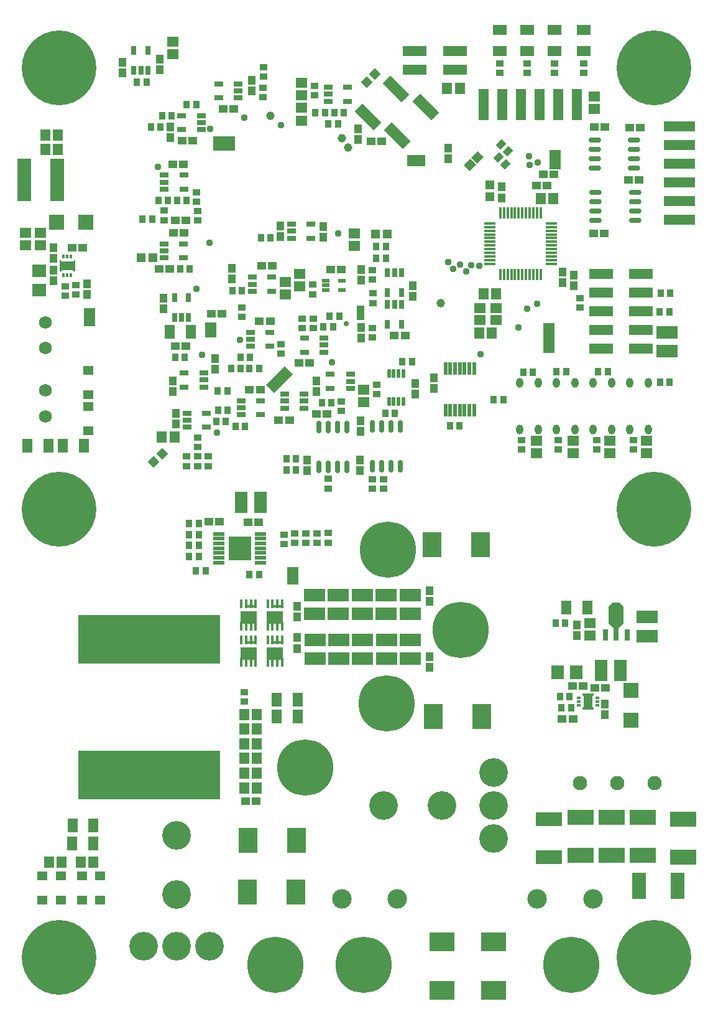
<source format=gbr>
%TF.GenerationSoftware,Altium Limited,Altium Designer,22.1.2 (22)*%
G04 Layer_Color=8388736*
%FSLAX45Y45*%
%MOMM*%
%TF.SameCoordinates,C5451D44-FA68-4CDD-92CA-08ED0B408621*%
%TF.FilePolarity,Negative*%
%TF.FileFunction,Soldermask,Top*%
%TF.Part,Single*%
G01*
G75*
%TA.AperFunction,SMDPad,CuDef*%
%ADD39R,0.30000X0.60000*%
%ADD40R,2.10000X1.20000*%
%ADD41R,0.16000X1.56000*%
%ADD53R,0.34000X1.15000*%
%ADD62R,0.60000X0.30000*%
%ADD63R,1.20000X2.10000*%
%ADD64R,1.56000X0.16000*%
%TA.AperFunction,ComponentPad*%
%ADD96C,3.90240*%
%ADD97C,1.95240*%
%TA.AperFunction,ViaPad*%
%ADD98C,10.15240*%
%TA.AperFunction,ComponentPad*%
%ADD99C,1.75240*%
%ADD100C,2.65240*%
%TA.AperFunction,NonConductor*%
%ADD161R,2.29000X1.76000*%
%ADD162R,1.64000X0.40000*%
%TA.AperFunction,TestPad*%
%ADD163C,0.95240*%
%TA.AperFunction,SMDPad,CuDef*%
%ADD164R,1.20240X1.10240*%
%ADD165R,1.15240X0.75240*%
%ADD166R,1.10240X0.85240*%
%ADD167R,0.75240X1.15240*%
%ADD168R,1.60240X1.40240*%
%ADD169O,1.70240X0.75240*%
%ADD170R,4.35240X1.42240*%
%ADD171R,3.32740X1.42240*%
%ADD172R,0.85240X1.10240*%
%ADD173R,2.85240X1.75240*%
%ADD174R,1.10240X1.20240*%
%ADD175R,1.40240X1.60240*%
%ADD176R,1.55240X1.35240*%
%ADD177R,1.15240X1.15240*%
%ADD178O,1.55240X0.39740*%
%ADD179O,0.39740X1.55240*%
G04:AMPARAMS|DCode=180|XSize=1.1024mm|YSize=0.8524mm|CornerRadius=0mm|HoleSize=0mm|Usage=FLASHONLY|Rotation=225.000|XOffset=0mm|YOffset=0mm|HoleType=Round|Shape=Rectangle|*
%AMROTATEDRECTD180*
4,1,4,0.08839,0.69113,0.69113,0.08839,-0.08839,-0.69113,-0.69113,-0.08839,0.08839,0.69113,0.0*
%
%ADD180ROTATEDRECTD180*%

G04:AMPARAMS|DCode=181|XSize=1.1024mm|YSize=1.2024mm|CornerRadius=0mm|HoleSize=0mm|Usage=FLASHONLY|Rotation=135.000|XOffset=0mm|YOffset=0mm|HoleType=Round|Shape=Rectangle|*
%AMROTATEDRECTD181*
4,1,4,0.81487,0.03535,-0.03535,-0.81487,-0.81487,-0.03535,0.03535,0.81487,0.81487,0.03535,0.0*
%
%ADD181ROTATEDRECTD181*%

%ADD182R,1.42240X4.35240*%
%ADD183P,1.62974X4X360.0*%
G04:AMPARAMS|DCode=184|XSize=1.5494mm|YSize=3.7084mm|CornerRadius=0mm|HoleSize=0mm|Usage=FLASHONLY|Rotation=225.000|XOffset=0mm|YOffset=0mm|HoleType=Round|Shape=Rectangle|*
%AMROTATEDRECTD184*
4,1,4,-0.76332,1.85891,1.85891,-0.76332,0.76332,-1.85891,-1.85891,0.76332,-0.76332,1.85891,0.0*
%
%ADD184ROTATEDRECTD184*%

%ADD185R,1.20240X0.75240*%
%ADD186R,1.15240X1.15240*%
%ADD187R,1.05240X0.54740*%
%ADD188R,0.75240X1.20240*%
%ADD189R,1.40240X1.90240*%
%ADD190R,1.95240X5.85240*%
%ADD191R,2.15240X2.15240*%
%ADD192R,1.95240X1.75240*%
%ADD193R,1.35240X1.15240*%
%ADD194O,0.95240X1.35240*%
%ADD195R,0.50240X1.75240*%
%ADD196O,0.54740X1.25240*%
%ADD197R,1.25240X0.75240*%
%ADD198O,0.75240X1.70240*%
%ADD199R,3.15240X3.25240*%
%ADD200R,1.60240X0.50240*%
%ADD201R,1.75240X2.85240*%
%ADD202C,7.65240*%
%ADD203R,19.35240X6.70240*%
%ADD204R,1.45240X1.95240*%
%ADD205R,2.55240X3.45240*%
G04:AMPARAMS|DCode=206|XSize=2.0524mm|YSize=3.3524mm|CornerRadius=0mm|HoleSize=0mm|Usage=FLASHONLY|Rotation=180.000|XOffset=0mm|YOffset=0mm|HoleType=Round|Shape=Octagon|*
%AMOCTAGOND206*
4,1,8,0.51310,-1.67620,-0.51310,-1.67620,-1.02620,-1.16310,-1.02620,1.16310,-0.51310,1.67620,0.51310,1.67620,1.02620,1.16310,1.02620,-1.16310,0.51310,-1.67620,0.0*
%
%ADD206OCTAGOND206*%

%ADD207R,0.75240X1.55240*%
%ADD208R,0.75240X1.95240*%
%ADD209R,1.75240X1.95240*%
%ADD210R,2.15240X2.15240*%
%ADD211R,3.55240X2.15240*%
%ADD212R,3.65240X1.93240*%
%ADD213R,1.95240X1.45240*%
%ADD214R,1.93240X3.65240*%
%ADD215R,3.45240X2.55240*%
%TA.AperFunction,TestPad*%
%ADD216C,1.15240*%
%ADD217C,0.71120*%
G36*
X3100000Y11675000D02*
X2800000D01*
Y11875000D01*
X3100000D01*
Y11675000D01*
D02*
G37*
G36*
X5687500Y11465000D02*
X5443750D01*
Y11617500D01*
X5687500D01*
Y11465000D01*
D02*
G37*
G36*
X7531156Y11425364D02*
X7381155D01*
Y11685000D01*
X7531156D01*
Y11425364D01*
D02*
G37*
G36*
X902500Y10170000D02*
X882500D01*
X902500Y10190000D01*
Y10170000D01*
D02*
G37*
G36*
X742500D02*
X722500D01*
Y10190000D01*
X742500Y10170000D01*
D02*
G37*
G36*
X902500Y10035000D02*
X882500Y10055000D01*
X902500D01*
Y10035000D01*
D02*
G37*
G36*
X722500D02*
Y10055000D01*
X742500D01*
X722500Y10035000D01*
D02*
G37*
G36*
X4860000Y9370000D02*
X4760000D01*
Y9570000D01*
X4860000D01*
Y9370000D01*
D02*
G37*
G36*
X1189802Y9293143D02*
X1037301D01*
Y9536893D01*
X1189802D01*
Y9293143D01*
D02*
G37*
G36*
X2840000Y9140000D02*
X2690000D01*
Y9340000D01*
X2840000D01*
Y9140000D01*
D02*
G37*
G36*
X7450000Y8925000D02*
X7300000D01*
Y9332500D01*
X7450000D01*
Y8925000D01*
D02*
G37*
G36*
X3883125Y8638124D02*
X3626875Y8381875D01*
X3516875Y8491875D01*
X3773125Y8748125D01*
X3883125Y8638124D01*
D02*
G37*
G36*
X3959802Y5773143D02*
X3807302D01*
Y6016893D01*
X3959802D01*
Y5773143D01*
D02*
G37*
G36*
X7963640Y4253981D02*
Y4273981D01*
X7983640D01*
X7963640Y4253981D01*
D02*
G37*
G36*
X7848640D02*
X7828640Y4273981D01*
X7848640D01*
Y4253981D01*
D02*
G37*
G36*
X7983640Y4093980D02*
X7963640D01*
Y4113980D01*
X7983640Y4093980D01*
D02*
G37*
G36*
X7848640D02*
X7828640D01*
X7848640Y4113980D01*
Y4093980D01*
D02*
G37*
D39*
X762500Y9987500D02*
D03*
X812500D02*
D03*
X862500D02*
D03*
X762500Y10237500D02*
D03*
X812500D02*
D03*
X862500D02*
D03*
D40*
X812500Y10112500D02*
D03*
D41*
X910000D02*
D03*
X715000D02*
D03*
D53*
X3737500Y5517000D02*
D03*
X3672500D02*
D03*
X3607500D02*
D03*
X3542500D02*
D03*
X3737500Y5212000D02*
D03*
X3672500D02*
D03*
X3607500D02*
D03*
X3542500D02*
D03*
X3377500Y5517000D02*
D03*
X3312500D02*
D03*
X3247500D02*
D03*
X3182500D02*
D03*
X3377500Y5212000D02*
D03*
X3312500D02*
D03*
X3247500D02*
D03*
X3182500D02*
D03*
X3377500Y5022500D02*
D03*
X3312500D02*
D03*
X3247500D02*
D03*
X3182500D02*
D03*
X3377500Y4717500D02*
D03*
X3312500D02*
D03*
X3247500D02*
D03*
X3182500D02*
D03*
X3737500Y5022500D02*
D03*
X3672500D02*
D03*
X3607500D02*
D03*
X3542500D02*
D03*
X3737500Y4717500D02*
D03*
X3672500D02*
D03*
X3607500D02*
D03*
X3542500D02*
D03*
D62*
X7781140Y4233980D02*
D03*
Y4183980D02*
D03*
Y4133980D02*
D03*
X8031140Y4233980D02*
D03*
Y4183980D02*
D03*
Y4133980D02*
D03*
D63*
X7906140Y4183980D02*
D03*
D64*
Y4086481D02*
D03*
Y4281480D02*
D03*
D96*
X2300000Y1560000D02*
D03*
Y2360000D02*
D03*
Y860000D02*
D03*
X2750000D02*
D03*
X1850000D02*
D03*
X5917500Y2770000D02*
D03*
X5117500D02*
D03*
X6617500D02*
D03*
Y3220000D02*
D03*
Y2320000D02*
D03*
D97*
X8813000Y3072500D02*
D03*
X8305000D02*
D03*
X7797000D02*
D03*
D98*
X700000Y12800000D02*
D03*
X8800000D02*
D03*
X8800000Y6800000D02*
D03*
X700000D02*
D03*
X8800000Y700000D02*
D03*
X700000D02*
D03*
D99*
X512500Y8065000D02*
D03*
Y8415000D02*
D03*
X515000Y8992500D02*
D03*
Y9342500D02*
D03*
D100*
X7970000Y1497500D02*
D03*
X7210000D02*
D03*
X5310000D02*
D03*
X4550000D02*
D03*
D161*
X3640013Y5327496D02*
D03*
X3280002Y5327499D02*
D03*
Y4832999D02*
D03*
X3640013Y4832996D02*
D03*
D162*
X3672502Y5479499D02*
D03*
X3312513Y5479497D02*
D03*
Y4984997D02*
D03*
X3672502Y4984999D02*
D03*
D163*
X4416351Y8799918D02*
D03*
X2850000Y7840000D02*
D03*
X3160000Y9102500D02*
D03*
X4500000Y10550000D02*
D03*
X2650000Y8900000D02*
D03*
X2575000Y9800000D02*
D03*
X2750000Y10425000D02*
D03*
X2050000Y11455000D02*
D03*
X2760000Y11972500D02*
D03*
X3225000Y12125000D02*
D03*
X3725000Y12025000D02*
D03*
X6955000Y9272500D02*
D03*
X7072500Y9522500D02*
D03*
X6445000Y8907500D02*
D03*
X7207500Y9592500D02*
D03*
X7217500Y11512500D02*
D03*
X7110000Y11482500D02*
D03*
X7097500Y11597500D02*
D03*
X6425000Y10110000D02*
D03*
X6315000Y10120000D02*
D03*
X6245000Y10037500D02*
D03*
X6160000Y10125000D02*
D03*
X6067500Y10067500D02*
D03*
X6000000Y10160000D02*
D03*
D164*
X3837500Y8015000D02*
D03*
X3692500D02*
D03*
X8457500Y11277500D02*
D03*
X8602500D02*
D03*
X8132500Y12000000D02*
D03*
X7987500D02*
D03*
X8615000Y11987500D02*
D03*
X8470000D02*
D03*
X8122500Y10550000D02*
D03*
X7977500D02*
D03*
X7437500Y11352500D02*
D03*
X7292500D02*
D03*
X7347500Y11202500D02*
D03*
X7202500D02*
D03*
X4952500Y11800000D02*
D03*
X5097500D02*
D03*
X3080000Y12242500D02*
D03*
X2935000D02*
D03*
X2520000Y11812500D02*
D03*
X2375000D02*
D03*
X2252500Y11492500D02*
D03*
X2397500D02*
D03*
X2430000Y10730000D02*
D03*
X2285000D02*
D03*
X2255000Y10560000D02*
D03*
X2400000D02*
D03*
X2207500Y10067500D02*
D03*
X2062500D02*
D03*
X4400000Y10057500D02*
D03*
X4545000D02*
D03*
X3460000Y10110000D02*
D03*
X3605000D02*
D03*
X5267500Y9160000D02*
D03*
X5412500D02*
D03*
X4110000Y8787500D02*
D03*
X3965000D02*
D03*
X3430000Y9360000D02*
D03*
X3575000D02*
D03*
X2775000Y9457500D02*
D03*
X2920000D02*
D03*
X2282500Y9022500D02*
D03*
X2427500D02*
D03*
X3440000Y8427500D02*
D03*
X3295000D02*
D03*
X875000Y10357500D02*
D03*
X1020000D02*
D03*
X4205000Y8095000D02*
D03*
X4350000D02*
D03*
X2742500Y6630000D02*
D03*
X2887500D02*
D03*
X3420000Y6625000D02*
D03*
X3275000D02*
D03*
X7840000Y4397500D02*
D03*
X7695000D02*
D03*
X7995000Y4367500D02*
D03*
X8140000D02*
D03*
X7698640Y3946481D02*
D03*
X7553640D02*
D03*
X3237500Y2830000D02*
D03*
X3382500D02*
D03*
D165*
X4667500Y8445000D02*
D03*
Y8540000D02*
D03*
Y8635000D02*
D03*
X4392500D02*
D03*
Y8445000D02*
D03*
D166*
X4547500Y8267500D02*
D03*
Y8137500D02*
D03*
X7795000Y9672500D02*
D03*
Y9542500D02*
D03*
X7850000Y12864999D02*
D03*
Y12735000D02*
D03*
X7450000Y12864999D02*
D03*
Y12735000D02*
D03*
X7075000Y12864999D02*
D03*
Y12735000D02*
D03*
X6700000Y12864999D02*
D03*
Y12735000D02*
D03*
X4182500Y12560000D02*
D03*
Y12430000D02*
D03*
X3482500Y12812500D02*
D03*
Y12682500D02*
D03*
X3477500Y12532500D02*
D03*
Y12402500D02*
D03*
X2572500Y10982500D02*
D03*
Y11112500D02*
D03*
X2587500Y10727500D02*
D03*
Y10857500D02*
D03*
X2127500Y10732500D02*
D03*
Y10862500D02*
D03*
X4155000Y9855000D02*
D03*
Y9725000D02*
D03*
X4970000Y10055000D02*
D03*
Y9925000D02*
D03*
X4980000Y9735000D02*
D03*
Y9605000D02*
D03*
X4970000Y9265000D02*
D03*
Y9135000D02*
D03*
X4015000Y9392500D02*
D03*
Y9262500D02*
D03*
X4165000Y9395000D02*
D03*
Y9265000D02*
D03*
X3187500Y9547500D02*
D03*
Y9417500D02*
D03*
X3722500Y8917500D02*
D03*
Y9047500D02*
D03*
X2585995Y7774243D02*
D03*
Y7644243D02*
D03*
X2735995Y7516743D02*
D03*
Y7386743D02*
D03*
X2585995Y7516743D02*
D03*
Y7386743D02*
D03*
X2435995Y7516743D02*
D03*
Y7386743D02*
D03*
X782500Y9832500D02*
D03*
Y9702500D02*
D03*
X932500Y9720000D02*
D03*
Y9850000D02*
D03*
X8525000Y7740000D02*
D03*
Y7610000D02*
D03*
X8025000Y7740000D02*
D03*
Y7610000D02*
D03*
X7500000Y7740000D02*
D03*
Y7610000D02*
D03*
X7000000Y7740000D02*
D03*
Y7610000D02*
D03*
X5025000Y8492500D02*
D03*
Y8362500D02*
D03*
X5120000Y7080000D02*
D03*
Y7210000D02*
D03*
X4970000Y7080000D02*
D03*
Y7210000D02*
D03*
X4362500Y7082500D02*
D03*
Y7212500D02*
D03*
X4370000Y6475000D02*
D03*
Y6345000D02*
D03*
X4212500Y6342500D02*
D03*
Y6472500D02*
D03*
X4062500Y6342500D02*
D03*
Y6472500D02*
D03*
X3912500Y6342500D02*
D03*
Y6472500D02*
D03*
X3220000Y4185000D02*
D03*
Y4315000D02*
D03*
X3762500Y6452500D02*
D03*
Y6322500D02*
D03*
D167*
X5365000Y9587500D02*
D03*
X5270000D02*
D03*
X5175000D02*
D03*
Y9312500D02*
D03*
X5365000D02*
D03*
Y10017500D02*
D03*
X5270000D02*
D03*
X5175000D02*
D03*
Y9742500D02*
D03*
X5365000D02*
D03*
X1720000Y12767500D02*
D03*
X1815000D02*
D03*
X1909999D02*
D03*
Y13042500D02*
D03*
X1720000D02*
D03*
D168*
X7990000Y12415000D02*
D03*
Y12245000D02*
D03*
X4005000Y12427500D02*
D03*
Y12597500D02*
D03*
X2247500Y12992500D02*
D03*
Y13162500D02*
D03*
X3780000Y9717500D02*
D03*
Y9887500D02*
D03*
X3980000Y9827500D02*
D03*
Y9997500D02*
D03*
X4720000Y10555000D02*
D03*
Y10385000D02*
D03*
X242500Y10387500D02*
D03*
Y10557500D02*
D03*
X445000Y10387500D02*
D03*
Y10557500D02*
D03*
X8700000Y7565000D02*
D03*
Y7735000D02*
D03*
X8200000Y7565000D02*
D03*
Y7735000D02*
D03*
X7700000Y7565000D02*
D03*
Y7735000D02*
D03*
X7200000Y7565000D02*
D03*
Y7735000D02*
D03*
X4850000Y8257500D02*
D03*
Y8427500D02*
D03*
X7930000Y5250000D02*
D03*
Y5080000D02*
D03*
X4005000Y12087500D02*
D03*
Y12257500D02*
D03*
D169*
X7995000Y11823000D02*
D03*
Y11696000D02*
D03*
Y11569000D02*
D03*
Y11442000D02*
D03*
X8535000Y11823000D02*
D03*
Y11696000D02*
D03*
Y11569000D02*
D03*
Y11442000D02*
D03*
X8544999Y10729500D02*
D03*
Y10856500D02*
D03*
Y10983500D02*
D03*
Y11110500D02*
D03*
X8004999Y10729500D02*
D03*
Y10856500D02*
D03*
Y10983500D02*
D03*
Y11110500D02*
D03*
D170*
X9150000Y10738000D02*
D03*
Y10992000D02*
D03*
Y11246000D02*
D03*
Y11500000D02*
D03*
Y11754000D02*
D03*
Y12008000D02*
D03*
D171*
X8626798Y9997699D02*
D03*
Y9743699D02*
D03*
Y9489699D02*
D03*
Y9235699D02*
D03*
Y8981699D02*
D03*
X8080698D02*
D03*
Y9235699D02*
D03*
Y9489699D02*
D03*
Y9743699D02*
D03*
Y9997699D02*
D03*
X5546950Y12780000D02*
D03*
Y13034000D02*
D03*
X6093050D02*
D03*
Y12780000D02*
D03*
D172*
X9023197Y9735699D02*
D03*
X8893197D02*
D03*
X9013197Y9480699D02*
D03*
X8883197D02*
D03*
X4580000Y12195000D02*
D03*
X4450000D02*
D03*
X4322500D02*
D03*
X4192500D02*
D03*
X4500000Y12040000D02*
D03*
X4370000D02*
D03*
X1760000Y12612500D02*
D03*
X1890000D02*
D03*
X2105000Y12155000D02*
D03*
X2235000D02*
D03*
X1950000Y12000000D02*
D03*
X2080000D02*
D03*
X2440000Y12305000D02*
D03*
X2570000D02*
D03*
X2307500Y10997500D02*
D03*
X2437500D02*
D03*
X2182500Y11000000D02*
D03*
X2052500D02*
D03*
X1967500Y10747500D02*
D03*
X1837500D02*
D03*
X2477500Y10065000D02*
D03*
X2347500D02*
D03*
X3450000Y10492500D02*
D03*
X3580000D02*
D03*
X3060000Y9772500D02*
D03*
X3190000D02*
D03*
X5020000Y10375000D02*
D03*
X5150000D02*
D03*
X5022500Y10210000D02*
D03*
X5152500D02*
D03*
X4517500Y9427500D02*
D03*
X4387500D02*
D03*
X4300000Y9277500D02*
D03*
X4430000D02*
D03*
X3172500Y8870000D02*
D03*
X3302500D02*
D03*
X3045000Y8717500D02*
D03*
X3175000D02*
D03*
X3295000D02*
D03*
X3425000D02*
D03*
X2282500Y8870000D02*
D03*
X2412500D02*
D03*
X2862500Y8405000D02*
D03*
X2992500D02*
D03*
X2868495Y8149243D02*
D03*
X2998495D02*
D03*
X2973495Y7996743D02*
D03*
X2843495D02*
D03*
X3232500Y7930000D02*
D03*
X3102500D02*
D03*
X8175000Y8670000D02*
D03*
X8045000D02*
D03*
X7605000Y8667500D02*
D03*
X7475000D02*
D03*
X7155000Y8665000D02*
D03*
X7025000D02*
D03*
X9015000Y8525000D02*
D03*
X8885000D02*
D03*
X6750000Y8287500D02*
D03*
X6620000D02*
D03*
X6022500Y7937500D02*
D03*
X6152500D02*
D03*
X5507500Y8805000D02*
D03*
X5377500D02*
D03*
X5275000Y8102500D02*
D03*
X5145000D02*
D03*
X4410000Y8247500D02*
D03*
X4280000D02*
D03*
X3425000Y5910000D02*
D03*
X3295000D02*
D03*
X7465000Y5252500D02*
D03*
X7595000D02*
D03*
X7675000Y4097500D02*
D03*
X7545000D02*
D03*
X7525000Y4247500D02*
D03*
X7655000D02*
D03*
X3797500Y7490000D02*
D03*
X3927500D02*
D03*
X3925000Y7332500D02*
D03*
X3795000D02*
D03*
X2472500Y6605000D02*
D03*
X2602500D02*
D03*
X2472500Y6305000D02*
D03*
X2602500D02*
D03*
X2472500Y6455000D02*
D03*
X2602500D02*
D03*
X2472500Y6155000D02*
D03*
X2602500D02*
D03*
X2695000Y5960000D02*
D03*
X2565000D02*
D03*
D173*
X8978198Y8948199D02*
D03*
Y9208199D02*
D03*
X4180000Y5635000D02*
D03*
Y5375000D02*
D03*
X4505000Y5635000D02*
D03*
Y5375000D02*
D03*
X4830000Y5635000D02*
D03*
Y5375000D02*
D03*
X5155000Y5635000D02*
D03*
Y5375000D02*
D03*
X5480000Y5635000D02*
D03*
Y5375000D02*
D03*
X5485000Y5025001D02*
D03*
Y4765001D02*
D03*
X5160000Y5025001D02*
D03*
Y4765001D02*
D03*
X4835000Y5025001D02*
D03*
Y4765001D02*
D03*
X4510000Y5025001D02*
D03*
Y4765001D02*
D03*
X4185000Y5025001D02*
D03*
Y4765001D02*
D03*
X8710000Y5075000D02*
D03*
Y5335000D02*
D03*
D174*
X7707500Y9985000D02*
D03*
Y9840000D02*
D03*
X7555000Y10025000D02*
D03*
Y9880000D02*
D03*
X6730000Y11037500D02*
D03*
Y11182500D02*
D03*
X5996447Y11563299D02*
D03*
Y11708299D02*
D03*
X4775000Y11827500D02*
D03*
Y11972500D02*
D03*
X2072500Y12777500D02*
D03*
Y12922501D02*
D03*
X1560000Y12882500D02*
D03*
Y12737500D02*
D03*
X3325000Y12637500D02*
D03*
Y12492500D02*
D03*
X2217500Y11852500D02*
D03*
Y11997500D02*
D03*
X4300000Y10502500D02*
D03*
Y10647500D02*
D03*
X3717500Y10652500D02*
D03*
Y10507500D02*
D03*
X3055000Y9930000D02*
D03*
Y10075000D02*
D03*
X4817500Y9915000D02*
D03*
Y10060000D02*
D03*
X5520000Y9842500D02*
D03*
Y9697500D02*
D03*
X4815000Y9127500D02*
D03*
Y9272500D02*
D03*
X2824671Y8846015D02*
D03*
Y8701015D02*
D03*
X2122500Y9525001D02*
D03*
Y9670000D02*
D03*
X2252171Y8398515D02*
D03*
Y8543515D02*
D03*
X2288495Y7961743D02*
D03*
Y8106743D02*
D03*
X627500Y10355000D02*
D03*
Y10210000D02*
D03*
Y9907500D02*
D03*
Y10052500D02*
D03*
X1082500Y9722500D02*
D03*
Y9867500D02*
D03*
X5802500Y8585000D02*
D03*
Y8440000D02*
D03*
X5552500Y8510000D02*
D03*
Y8365000D02*
D03*
X4207500Y8545000D02*
D03*
Y8400000D02*
D03*
X4802500Y8002500D02*
D03*
Y7857500D02*
D03*
X4800000Y7327500D02*
D03*
Y7472500D02*
D03*
X4075000Y7327500D02*
D03*
Y7472500D02*
D03*
X5750000Y4792500D02*
D03*
Y4647500D02*
D03*
X3940000Y4907500D02*
D03*
Y5052500D02*
D03*
X7752500Y5225000D02*
D03*
Y5080000D02*
D03*
X8137520Y4147140D02*
D03*
Y4002140D02*
D03*
X3940000Y5337500D02*
D03*
Y5482500D02*
D03*
X5750000Y5547500D02*
D03*
Y5692500D02*
D03*
D175*
X6485000Y9732500D02*
D03*
X6655000D02*
D03*
X6595000Y9192500D02*
D03*
X6425000D02*
D03*
X7432500Y11027500D02*
D03*
X7262500D02*
D03*
X6157500Y12525000D02*
D03*
X5987500D02*
D03*
X2270995Y7779243D02*
D03*
X2100995D02*
D03*
X515000Y11890000D02*
D03*
X685000D02*
D03*
X515000Y11690000D02*
D03*
X685000D02*
D03*
X1000000Y2000000D02*
D03*
X1170000D02*
D03*
X565000D02*
D03*
X735000D02*
D03*
X3225000Y4010000D02*
D03*
X3395000D02*
D03*
X3225000Y3010000D02*
D03*
X3395000D02*
D03*
X3225000Y3210000D02*
D03*
X3395000D02*
D03*
X3225000Y3610000D02*
D03*
X3395000D02*
D03*
X3225000Y3410000D02*
D03*
X3395000D02*
D03*
X3225000Y3810000D02*
D03*
X3395000D02*
D03*
D176*
X6429992Y9537492D02*
D03*
X6649992D02*
D03*
Y9377492D02*
D03*
X6429992D02*
D03*
D177*
X6570000Y11050000D02*
D03*
Y11210000D02*
D03*
D178*
X6565000Y10687500D02*
D03*
Y10637500D02*
D03*
Y10587500D02*
D03*
Y10537500D02*
D03*
Y10487500D02*
D03*
Y10437500D02*
D03*
Y10387500D02*
D03*
Y10337500D02*
D03*
Y10287500D02*
D03*
Y10237500D02*
D03*
Y10187500D02*
D03*
Y10137500D02*
D03*
X7405000D02*
D03*
Y10187500D02*
D03*
Y10237500D02*
D03*
Y10287500D02*
D03*
Y10337500D02*
D03*
Y10387500D02*
D03*
Y10437500D02*
D03*
Y10487500D02*
D03*
Y10537500D02*
D03*
Y10587500D02*
D03*
Y10637500D02*
D03*
Y10687500D02*
D03*
D179*
X6710000Y9992500D02*
D03*
X6760000D02*
D03*
X6810000D02*
D03*
X6860000D02*
D03*
X6910000D02*
D03*
X6960000D02*
D03*
X7010000D02*
D03*
X7060000D02*
D03*
X7110000D02*
D03*
X7160000D02*
D03*
X7210000D02*
D03*
X7260000D02*
D03*
Y10832500D02*
D03*
X7210000D02*
D03*
X7160000D02*
D03*
X7110000D02*
D03*
X7060000D02*
D03*
X7010000D02*
D03*
X6960000D02*
D03*
X6910000D02*
D03*
X6860000D02*
D03*
X6810000D02*
D03*
X6760000D02*
D03*
X6710000D02*
D03*
D180*
X6721538Y11763462D02*
D03*
X6813462Y11671538D02*
D03*
X6686538Y11583462D02*
D03*
X6778462Y11491538D02*
D03*
D181*
X6296235Y11478735D02*
D03*
X6398765Y11581265D02*
D03*
D182*
X6480000Y12300000D02*
D03*
X6734000D02*
D03*
X6988000D02*
D03*
X7242000D02*
D03*
X7496000D02*
D03*
X7750000D02*
D03*
D183*
X4888431Y12608431D02*
D03*
X5001568Y12721568D02*
D03*
X2102563Y7553312D02*
D03*
X1989427Y7440175D02*
D03*
D184*
X4906924Y12131924D02*
D03*
X5293076Y12518076D02*
D03*
X5306924Y11881924D02*
D03*
X5693075Y12268076D02*
D03*
D185*
X4365000Y12540000D02*
D03*
Y12445000D02*
D03*
Y12350000D02*
D03*
X4630000D02*
D03*
Y12540000D02*
D03*
X3140000Y12395000D02*
D03*
Y12490000D02*
D03*
Y12585000D02*
D03*
X2875000D02*
D03*
Y12395000D02*
D03*
X2637100Y11964600D02*
D03*
Y12059600D02*
D03*
Y12154600D02*
D03*
X2372100D02*
D03*
Y11964600D02*
D03*
X2133099Y11342801D02*
D03*
Y11247800D02*
D03*
Y11152801D02*
D03*
X2398099D02*
D03*
Y11342801D02*
D03*
X2132500Y10407500D02*
D03*
Y10312500D02*
D03*
Y10217500D02*
D03*
X2397500D02*
D03*
Y10407500D02*
D03*
X3867199Y10675800D02*
D03*
Y10580800D02*
D03*
Y10485800D02*
D03*
X4132199D02*
D03*
Y10675800D02*
D03*
X3335000Y9955000D02*
D03*
Y9860000D02*
D03*
Y9765000D02*
D03*
X3600000D02*
D03*
Y9955000D02*
D03*
X4310000Y8937500D02*
D03*
Y9032500D02*
D03*
Y9127500D02*
D03*
X4045000D02*
D03*
Y8937500D02*
D03*
X3304400Y9208300D02*
D03*
Y9113300D02*
D03*
Y9018300D02*
D03*
X3569400D02*
D03*
Y9208300D02*
D03*
X2669671Y8463515D02*
D03*
Y8558515D02*
D03*
Y8653515D02*
D03*
X2404671D02*
D03*
Y8463515D02*
D03*
X3447500Y8275000D02*
D03*
Y8085000D02*
D03*
X3182500D02*
D03*
Y8180000D02*
D03*
Y8275000D02*
D03*
X2440995Y8104243D02*
D03*
Y8009243D02*
D03*
Y7914243D02*
D03*
X2705995D02*
D03*
Y8104243D02*
D03*
D186*
X1980000Y10220000D02*
D03*
X1820000D02*
D03*
X5010000Y10540000D02*
D03*
X5170000D02*
D03*
D187*
X4555000Y9910000D02*
D03*
Y9780000D02*
D03*
X4335000D02*
D03*
Y9845000D02*
D03*
Y9910000D02*
D03*
D188*
X2275000Y9410000D02*
D03*
X2370000D02*
D03*
X2465000D02*
D03*
Y9675000D02*
D03*
X2275000D02*
D03*
D189*
X2492500Y9212500D02*
D03*
X2207500D02*
D03*
X750000Y7660000D02*
D03*
X1035000D02*
D03*
X882500Y2500000D02*
D03*
X1167500D02*
D03*
X3952500Y4210000D02*
D03*
X3667500D02*
D03*
X3952500Y3980000D02*
D03*
X3667500D02*
D03*
X557500Y7660000D02*
D03*
X272500D02*
D03*
D190*
X675000Y11280000D02*
D03*
X225000D02*
D03*
D191*
X662500Y10705000D02*
D03*
X1062500D02*
D03*
D192*
X432500Y9780000D02*
D03*
Y10040000D02*
D03*
D193*
X1095000Y8195000D02*
D03*
Y7865000D02*
D03*
X475000Y1485000D02*
D03*
Y1815000D02*
D03*
X1260000Y1815000D02*
D03*
Y1485000D02*
D03*
X1010000Y1815000D02*
D03*
Y1485000D02*
D03*
X1095000Y8360000D02*
D03*
Y8690000D02*
D03*
X725000Y1485000D02*
D03*
Y1815000D02*
D03*
D194*
X7227000Y8515000D02*
D03*
X6973000D02*
D03*
X7227000Y7885000D02*
D03*
X6973000D02*
D03*
X7727000Y8515000D02*
D03*
X7473000D02*
D03*
X7727000Y7885000D02*
D03*
X7473000D02*
D03*
X8227000Y8515000D02*
D03*
X7973000D02*
D03*
X8227000Y7885000D02*
D03*
X7973000D02*
D03*
X8727000Y8515000D02*
D03*
X8473000D02*
D03*
X8727000Y7885000D02*
D03*
X8473000D02*
D03*
D195*
X5962500Y8150000D02*
D03*
X6027500D02*
D03*
X6092500D02*
D03*
X6157500D02*
D03*
X6222500D02*
D03*
X6287500D02*
D03*
X6352500D02*
D03*
X5962500Y8710000D02*
D03*
X6027500D02*
D03*
X6092500D02*
D03*
X6157500D02*
D03*
X6222500D02*
D03*
X6287500D02*
D03*
X6352500D02*
D03*
D196*
X5387500Y8645000D02*
D03*
X5322500D02*
D03*
X5257500D02*
D03*
X5192500D02*
D03*
X5387500Y8265000D02*
D03*
X5322500D02*
D03*
X5257500D02*
D03*
X5192500D02*
D03*
D197*
X4032500Y8365000D02*
D03*
Y8270000D02*
D03*
Y8175000D02*
D03*
X3772500D02*
D03*
Y8270000D02*
D03*
Y8365000D02*
D03*
D198*
X4242000Y7377500D02*
D03*
X4369000D02*
D03*
X4496000D02*
D03*
X4623000D02*
D03*
X4242000Y7917500D02*
D03*
X4369000D02*
D03*
X4496000D02*
D03*
X4623000D02*
D03*
X4969500Y7382500D02*
D03*
X5096500D02*
D03*
X5223500D02*
D03*
X5350500D02*
D03*
X4969500Y7922500D02*
D03*
X5096500D02*
D03*
X5223500D02*
D03*
X5350500D02*
D03*
D199*
X3160000Y6270000D02*
D03*
D200*
X3442500Y6075000D02*
D03*
Y6140000D02*
D03*
Y6205000D02*
D03*
Y6270000D02*
D03*
Y6335000D02*
D03*
Y6400000D02*
D03*
Y6465000D02*
D03*
X2877500Y6075000D02*
D03*
Y6140000D02*
D03*
Y6205000D02*
D03*
Y6270000D02*
D03*
Y6335000D02*
D03*
Y6400000D02*
D03*
Y6465000D02*
D03*
D201*
X3182500Y6897500D02*
D03*
X3442500D02*
D03*
X8347500Y4610000D02*
D03*
X8087500D02*
D03*
D202*
X6170000Y5160000D02*
D03*
X4050000Y3290000D02*
D03*
X7675000Y600000D02*
D03*
X4850000D02*
D03*
X3650000D02*
D03*
X5160000Y4160000D02*
D03*
X5180000Y6250000D02*
D03*
D203*
X1930000Y5032500D02*
D03*
Y3187500D02*
D03*
D204*
X1170000Y2250000D02*
D03*
X880000D02*
D03*
X7610000Y5465000D02*
D03*
X7900000D02*
D03*
D205*
X3275000Y2295000D02*
D03*
X3935000D02*
D03*
X3270000Y1595000D02*
D03*
X3930000D02*
D03*
X5800000Y3980000D02*
D03*
X6460000D02*
D03*
X5780000Y6320000D02*
D03*
X6440000D02*
D03*
D206*
X8290000Y5357500D02*
D03*
D207*
X8440000Y5087500D02*
D03*
X8140000D02*
D03*
D208*
X8290000Y5107500D02*
D03*
D209*
X7487500Y4585000D02*
D03*
X7747500D02*
D03*
D210*
X8492500Y4332500D02*
D03*
Y3932500D02*
D03*
D211*
X9200000Y2585000D02*
D03*
Y2065000D02*
D03*
X8650000Y2610000D02*
D03*
Y2090000D02*
D03*
X8227500Y2610000D02*
D03*
Y2090000D02*
D03*
X7805000Y2092500D02*
D03*
Y2612500D02*
D03*
D212*
X7375000Y2063500D02*
D03*
X7375000Y2586500D02*
D03*
D213*
X6700000Y13320000D02*
D03*
Y13030000D02*
D03*
X7075000Y13320000D02*
D03*
Y13030000D02*
D03*
X7450000Y13320000D02*
D03*
Y13030000D02*
D03*
X7850000Y13320000D02*
D03*
Y13030000D02*
D03*
D214*
X8598020Y1673860D02*
D03*
X9121020Y1673860D02*
D03*
D215*
X6617500Y257500D02*
D03*
Y917500D02*
D03*
X5917500Y917500D02*
D03*
Y257500D02*
D03*
D216*
X4640000Y11720000D02*
D03*
X4550000Y11850000D02*
D03*
X3575000Y12150000D02*
D03*
X5900000Y9600000D02*
D03*
X7375000Y9250000D02*
D03*
D217*
X4610000Y9320000D02*
D03*
%TF.MD5,c7a981e32c88ad7883f9684f70b67411*%
M02*

</source>
